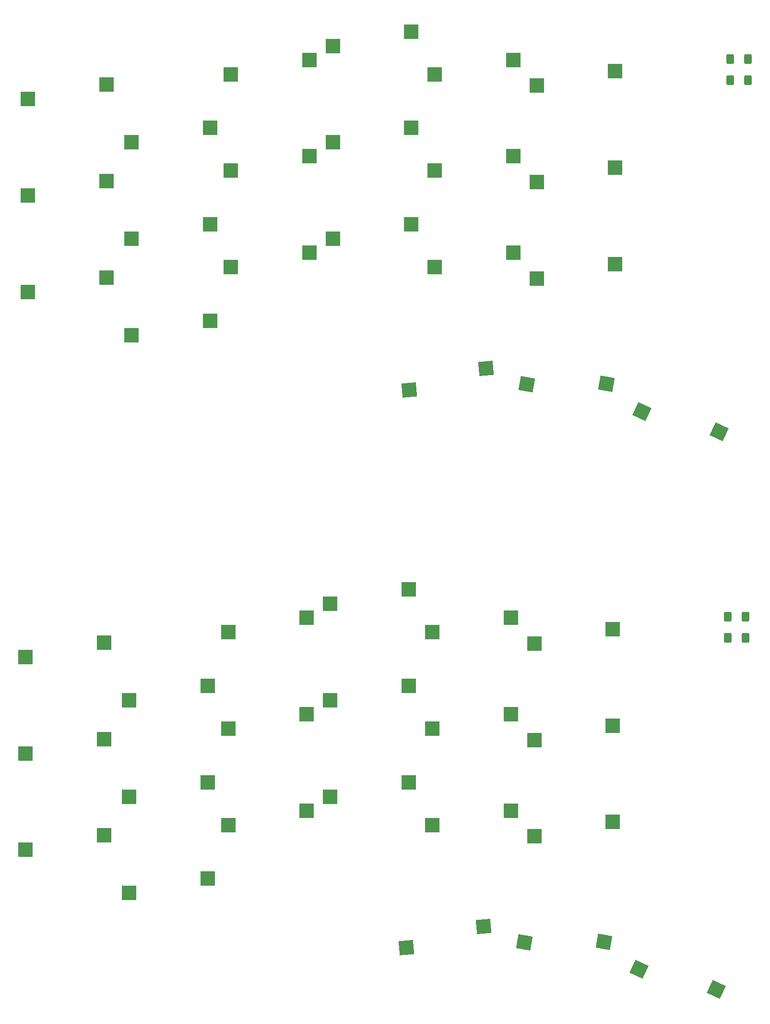
<source format=gbp>
%TF.GenerationSoftware,KiCad,Pcbnew,8.0.3*%
%TF.CreationDate,2024-06-12T13:30:27-03:00*%
%TF.ProjectId,keyboard_pcb,6b657962-6f61-4726-945f-7063622e6b69,rev1.0*%
%TF.SameCoordinates,Original*%
%TF.FileFunction,Paste,Bot*%
%TF.FilePolarity,Positive*%
%FSLAX46Y46*%
G04 Gerber Fmt 4.6, Leading zero omitted, Abs format (unit mm)*
G04 Created by KiCad (PCBNEW 8.0.3) date 2024-06-12 13:30:27*
%MOMM*%
%LPD*%
G01*
G04 APERTURE LIST*
G04 Aperture macros list*
%AMRoundRect*
0 Rectangle with rounded corners*
0 $1 Rounding radius*
0 $2 $3 $4 $5 $6 $7 $8 $9 X,Y pos of 4 corners*
0 Add a 4 corners polygon primitive as box body*
4,1,4,$2,$3,$4,$5,$6,$7,$8,$9,$2,$3,0*
0 Add four circle primitives for the rounded corners*
1,1,$1+$1,$2,$3*
1,1,$1+$1,$4,$5*
1,1,$1+$1,$6,$7*
1,1,$1+$1,$8,$9*
0 Add four rect primitives between the rounded corners*
20,1,$1+$1,$2,$3,$4,$5,0*
20,1,$1+$1,$4,$5,$6,$7,0*
20,1,$1+$1,$6,$7,$8,$9,0*
20,1,$1+$1,$8,$9,$2,$3,0*%
%AMRotRect*
0 Rectangle, with rotation*
0 The origin of the aperture is its center*
0 $1 length*
0 $2 width*
0 $3 Rotation angle, in degrees counterclockwise*
0 Add horizontal line*
21,1,$1,$2,0,0,$3*%
G04 Aperture macros list end*
%ADD10RoundRect,0.250000X-0.400000X-0.625000X0.400000X-0.625000X0.400000X0.625000X-0.400000X0.625000X0*%
%ADD11RoundRect,0.250000X0.400000X0.625000X-0.400000X0.625000X-0.400000X-0.625000X0.400000X-0.625000X0*%
%ADD12RotRect,2.550000X2.500000X170.000000*%
%ADD13R,2.550000X2.500000*%
%ADD14RotRect,2.550000X2.500000X155.000000*%
%ADD15RotRect,2.550000X2.500000X185.000000*%
G04 APERTURE END LIST*
D10*
%TO.C,R1*%
X160440400Y-136241200D03*
X163540400Y-136241200D03*
%TD*%
D11*
%TO.C,R2*%
X163540400Y-139949600D03*
X160440400Y-139949600D03*
%TD*%
D12*
%TO.C,K31*%
X124498619Y-193576928D03*
X138579272Y-193480544D03*
%TD*%
D13*
%TO.C,K00*%
X50350000Y-140760000D03*
X36500000Y-143300000D03*
%TD*%
%TO.C,K13*%
X90270000Y-150920000D03*
X104120000Y-148380000D03*
%TD*%
%TO.C,K20*%
X50350000Y-174760000D03*
X36500000Y-177300000D03*
%TD*%
%TO.C,K05*%
X126270000Y-140920000D03*
X140120000Y-138380000D03*
%TD*%
%TO.C,K11*%
X54770000Y-167920000D03*
X68620000Y-165380000D03*
%TD*%
D14*
%TO.C,K32*%
X144806115Y-198363156D03*
X158431929Y-201914398D03*
%TD*%
D13*
%TO.C,K15*%
X126270000Y-157920000D03*
X140120000Y-155380000D03*
%TD*%
%TO.C,K22*%
X72270000Y-172920000D03*
X86120000Y-170380000D03*
%TD*%
%TO.C,K03*%
X90270000Y-133920000D03*
X104120000Y-131380000D03*
%TD*%
%TO.C,K23*%
X90270000Y-167920000D03*
X104120000Y-165380000D03*
%TD*%
%TO.C,K14*%
X108270000Y-155920000D03*
X122120000Y-153380000D03*
%TD*%
%TO.C,K01*%
X54770000Y-150920000D03*
X68620000Y-148380000D03*
%TD*%
D15*
%TO.C,K30*%
X103740492Y-194536034D03*
X117316413Y-190798593D03*
%TD*%
D13*
%TO.C,K12*%
X72270000Y-155920000D03*
X86120000Y-153380000D03*
%TD*%
%TO.C,K04*%
X108270000Y-138920000D03*
X122120000Y-136380000D03*
%TD*%
%TO.C,K10*%
X50350000Y-157760000D03*
X36500000Y-160300000D03*
%TD*%
%TO.C,K02*%
X72270000Y-138920000D03*
X86120000Y-136380000D03*
%TD*%
%TO.C,K21*%
X54770000Y-184920000D03*
X68620000Y-182380000D03*
%TD*%
%TO.C,K24*%
X108270000Y-172920000D03*
X122120000Y-170380000D03*
%TD*%
%TO.C,K25*%
X126270000Y-174920000D03*
X140120000Y-172380000D03*
%TD*%
%TO.C,K25*%
X126710000Y-76580000D03*
X140560000Y-74040000D03*
%TD*%
%TO.C,K24*%
X108710000Y-74580000D03*
X122560000Y-72040000D03*
%TD*%
%TO.C,K21*%
X55210000Y-86580000D03*
X69060000Y-84040000D03*
%TD*%
%TO.C,K02*%
X72710000Y-40580000D03*
X86560000Y-38040000D03*
%TD*%
%TO.C,K10*%
X50790000Y-59420000D03*
X36940000Y-61960000D03*
%TD*%
%TO.C,K04*%
X108710000Y-40580000D03*
X122560000Y-38040000D03*
%TD*%
%TO.C,K12*%
X72710000Y-57580000D03*
X86560000Y-55040000D03*
%TD*%
D15*
%TO.C,K30*%
X104180492Y-96196034D03*
X117756413Y-92458593D03*
%TD*%
D13*
%TO.C,K01*%
X55210000Y-52580000D03*
X69060000Y-50040000D03*
%TD*%
%TO.C,K14*%
X108710000Y-57580000D03*
X122560000Y-55040000D03*
%TD*%
%TO.C,K23*%
X90710000Y-69580000D03*
X104560000Y-67040000D03*
%TD*%
%TO.C,K03*%
X90710000Y-35580000D03*
X104560000Y-33040000D03*
%TD*%
%TO.C,K22*%
X72710000Y-74580000D03*
X86560000Y-72040000D03*
%TD*%
%TO.C,K15*%
X126710000Y-59580000D03*
X140560000Y-57040000D03*
%TD*%
D14*
%TO.C,K32*%
X145246115Y-100023156D03*
X158871929Y-103574398D03*
%TD*%
D13*
%TO.C,K11*%
X55210000Y-69580000D03*
X69060000Y-67040000D03*
%TD*%
%TO.C,K05*%
X126710000Y-42580000D03*
X140560000Y-40040000D03*
%TD*%
%TO.C,K20*%
X50790000Y-76420000D03*
X36940000Y-78960000D03*
%TD*%
%TO.C,K13*%
X90710000Y-52580000D03*
X104560000Y-50040000D03*
%TD*%
%TO.C,K00*%
X50790000Y-42420000D03*
X36940000Y-44960000D03*
%TD*%
D12*
%TO.C,K31*%
X124938619Y-95236928D03*
X139019272Y-95140544D03*
%TD*%
D11*
%TO.C,R2*%
X163980400Y-41609600D03*
X160880400Y-41609600D03*
%TD*%
D10*
%TO.C,R1*%
X160880400Y-37901200D03*
X163980400Y-37901200D03*
%TD*%
M02*

</source>
